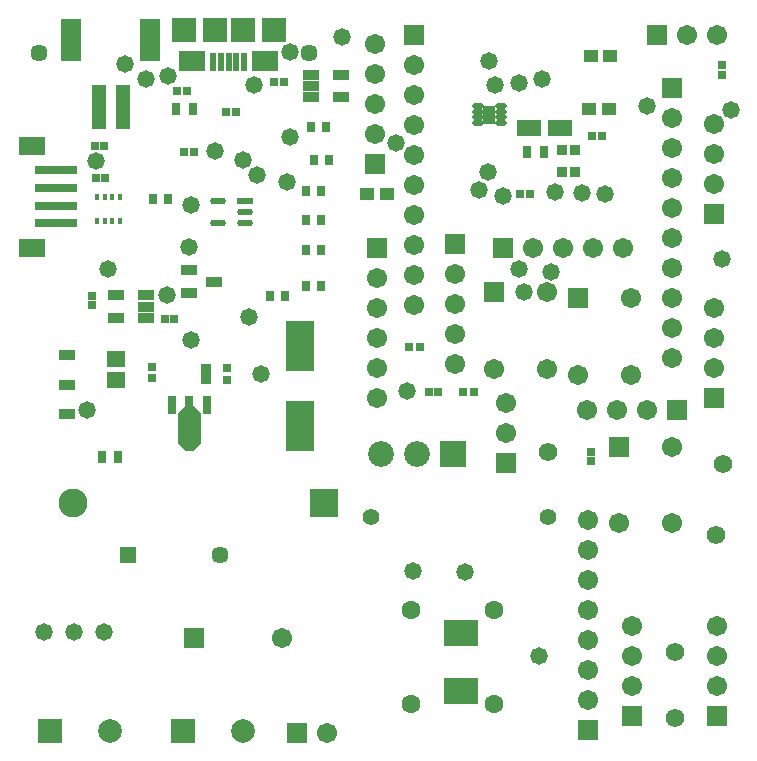
<source format=gbs>
G04*
G04 #@! TF.GenerationSoftware,Altium Limited,Altium Designer,20.0.2 (26)*
G04*
G04 Layer_Color=16711935*
%FSLAX44Y44*%
%MOMM*%
G71*
G01*
G75*
%ADD24R,1.7032X1.7032*%
%ADD25C,1.7032*%
%ADD26C,1.5700*%
%ADD27R,1.7032X1.7032*%
%ADD28R,1.7112X1.7112*%
%ADD29C,1.7112*%
%ADD30C,2.1682*%
%ADD31R,2.1682X2.1682*%
%ADD32C,1.4722*%
%ADD33C,1.6032*%
%ADD34C,1.4032*%
%ADD35C,1.4500*%
%ADD36R,1.4500X1.4500*%
%ADD37C,2.4532*%
%ADD38R,2.4532X2.4532*%
%ADD39R,2.0032X2.0032*%
%ADD40C,2.0032*%
%ADD41C,1.4732*%
%ADD63R,0.7581X0.8121*%
%ADD65R,0.7154X0.6725*%
%ADD66R,1.5562X1.4546*%
%ADD67R,0.6725X0.7154*%
G04:AMPARAMS|DCode=81|XSize=1.3383mm|YSize=0.578mm|CornerRadius=0.289mm|HoleSize=0mm|Usage=FLASHONLY|Rotation=180.000|XOffset=0mm|YOffset=0mm|HoleType=Round|Shape=RoundedRectangle|*
%AMROUNDEDRECTD81*
21,1,1.3383,0.0000,0,0,180.0*
21,1,0.7603,0.5780,0,0,180.0*
1,1,0.5780,-0.3802,0.0000*
1,1,0.5780,0.3802,0.0000*
1,1,0.5780,0.3802,0.0000*
1,1,0.5780,-0.3802,0.0000*
%
%ADD81ROUNDEDRECTD81*%
%ADD82R,1.3383X0.5780*%
%ADD83R,1.1581X1.0121*%
%ADD88R,0.3500X0.5000*%
%ADD89R,2.3000X1.5000*%
%ADD90R,3.6000X0.7000*%
%ADD91R,2.0032X1.4332*%
%ADD92R,1.1032X1.5032*%
G04:AMPARAMS|DCode=93|XSize=0.9632mm|YSize=0.4732mm|CornerRadius=0.1354mm|HoleSize=0mm|Usage=FLASHONLY|Rotation=180.000|XOffset=0mm|YOffset=0mm|HoleType=Round|Shape=RoundedRectangle|*
%AMROUNDEDRECTD93*
21,1,0.9632,0.2025,0,0,180.0*
21,1,0.6925,0.4732,0,0,180.0*
1,1,0.2707,-0.3463,0.1013*
1,1,0.2707,0.3463,0.1013*
1,1,0.2707,0.3463,-0.1013*
1,1,0.2707,-0.3463,-0.1013*
%
%ADD93ROUNDEDRECTD93*%
%ADD94R,0.6532X0.7032*%
%ADD95R,0.7532X0.8032*%
%ADD96R,0.7032X0.6532*%
%ADD97R,0.9232X0.8932*%
%ADD98R,0.8032X1.5032*%
%ADD99R,0.8032X1.0032*%
%ADD100R,2.8532X2.2532*%
%ADD101R,0.8032X1.0032*%
%ADD102R,1.4032X0.9032*%
%ADD103R,0.8032X0.7532*%
%ADD104R,1.2032X3.7032*%
%ADD105R,1.7032X3.6032*%
%ADD106R,0.6032X1.5532*%
%ADD107R,2.3032X1.8032*%
%ADD108R,2.0032X2.1032*%
%ADD109R,2.1032X2.1032*%
%ADD110R,1.4532X0.8532*%
%ADD111R,2.3532X4.2032*%
%ADD112R,0.9032X0.9032*%
%ADD113R,1.4032X0.8532*%
G36*
X404453Y957349D02*
X404584Y957324D01*
X404710Y957281D01*
X404829Y957222D01*
X404940Y957148D01*
X405040Y957060D01*
X411040Y951060D01*
X411128Y950960D01*
X411202Y950849D01*
X411261Y950730D01*
X411303Y950603D01*
X411329Y950473D01*
X411338Y950340D01*
Y926340D01*
X411329Y926207D01*
X411303Y926077D01*
X411261Y925950D01*
X411202Y925831D01*
X411128Y925720D01*
X411040Y925620D01*
X405040Y919620D01*
X404940Y919532D01*
X404829Y919458D01*
X404710Y919399D01*
X404584Y919357D01*
X404453Y919331D01*
X404320Y919322D01*
X398320D01*
X398187Y919331D01*
X398056Y919357D01*
X397930Y919399D01*
X397811Y919458D01*
X397700Y919532D01*
X397600Y919620D01*
X391600Y925620D01*
X391512Y925720D01*
X391438Y925831D01*
X391379Y925950D01*
X391337Y926077D01*
X391311Y926207D01*
X391302Y926340D01*
Y950340D01*
X391311Y950473D01*
X391337Y950603D01*
X391379Y950730D01*
X391438Y950849D01*
X391512Y950960D01*
X391600Y951060D01*
X397600Y957060D01*
X397700Y957148D01*
X397811Y957222D01*
X397930Y957281D01*
X398056Y957324D01*
X398187Y957349D01*
X398320Y957358D01*
X404320D01*
X404453Y957349D01*
D02*
G37*
D24*
X845820Y963930D02*
D03*
Y1120140D02*
D03*
X739140Y683260D02*
D03*
X775970Y694690D02*
D03*
X848360D02*
D03*
X560070Y1090930D02*
D03*
X669290Y909320D02*
D03*
X558800Y1162050D02*
D03*
X591820Y1271270D02*
D03*
X810260Y1226820D02*
D03*
X626110Y1094740D02*
D03*
D25*
X845820Y989330D02*
D03*
Y1014730D02*
D03*
Y1040130D02*
D03*
Y1145540D02*
D03*
Y1170940D02*
D03*
Y1196340D02*
D03*
X739140Y861060D02*
D03*
Y835660D02*
D03*
Y810260D02*
D03*
Y784860D02*
D03*
Y759460D02*
D03*
Y734060D02*
D03*
Y708660D02*
D03*
X775970Y720090D02*
D03*
Y745490D02*
D03*
Y770890D02*
D03*
X848360Y720090D02*
D03*
Y745490D02*
D03*
Y770890D02*
D03*
X788670Y953770D02*
D03*
X763270D02*
D03*
X737870D02*
D03*
X560070Y963930D02*
D03*
Y989330D02*
D03*
Y1014730D02*
D03*
Y1040130D02*
D03*
Y1065530D02*
D03*
X669290Y960120D02*
D03*
Y934720D02*
D03*
X558800Y1187450D02*
D03*
Y1212850D02*
D03*
Y1238250D02*
D03*
Y1263650D02*
D03*
X591820Y1245870D02*
D03*
Y1195070D02*
D03*
Y1169670D02*
D03*
Y1144270D02*
D03*
Y1118870D02*
D03*
Y1093470D02*
D03*
Y1068070D02*
D03*
Y1042670D02*
D03*
Y1220470D02*
D03*
X480060Y760730D02*
D03*
X822960Y1271270D02*
D03*
X848360D02*
D03*
X810260Y1176020D02*
D03*
Y998220D02*
D03*
Y1023620D02*
D03*
Y1049020D02*
D03*
Y1074420D02*
D03*
Y1099820D02*
D03*
Y1125220D02*
D03*
Y1150620D02*
D03*
Y1201420D02*
D03*
X768350Y1090930D02*
D03*
X742950D02*
D03*
X717550D02*
D03*
X692150D02*
D03*
X626110Y993140D02*
D03*
Y1018540D02*
D03*
Y1043940D02*
D03*
Y1069340D02*
D03*
X518160Y680720D02*
D03*
D26*
X812800Y749300D02*
D03*
Y693420D02*
D03*
X704850Y918210D02*
D03*
X847090Y848360D02*
D03*
X853440Y908050D02*
D03*
D27*
X814070Y953770D02*
D03*
X405060Y760730D02*
D03*
X797560Y1271270D02*
D03*
X666750Y1090930D02*
D03*
X492760Y680720D02*
D03*
D28*
X764900Y922770D02*
D03*
X730610Y1048500D02*
D03*
X659490Y1053580D02*
D03*
D29*
X764900Y857770D02*
D03*
X809900Y922770D02*
D03*
Y857770D02*
D03*
X730610Y983500D02*
D03*
X775610Y1048500D02*
D03*
Y983500D02*
D03*
X704490Y988580D02*
D03*
Y1053580D02*
D03*
X659490Y988580D02*
D03*
D30*
X563880Y916940D02*
D03*
X594280D02*
D03*
D31*
X624680D02*
D03*
D32*
X278130Y765810D02*
D03*
X303530D02*
D03*
X328930D02*
D03*
D33*
X659130Y704850D02*
D03*
X589130D02*
D03*
Y784850D02*
D03*
X659130D02*
D03*
D34*
X554920Y863600D02*
D03*
X704920D02*
D03*
D35*
X502320Y1256030D02*
D03*
X274320D02*
D03*
X427320Y831030D02*
D03*
D36*
X349320D02*
D03*
D37*
X302940Y875030D02*
D03*
D38*
X514940D02*
D03*
D39*
X396240Y681990D02*
D03*
X283210D02*
D03*
D40*
X447040D02*
D03*
X334010D02*
D03*
D41*
X699770Y1234440D02*
D03*
X680720Y1230630D02*
D03*
X660400Y1229360D02*
D03*
X486410Y1257300D02*
D03*
X383540Y1236980D02*
D03*
X422910Y1173480D02*
D03*
X402590Y1127760D02*
D03*
X458470Y1153160D02*
D03*
X483870Y1146810D02*
D03*
X332740Y1073150D02*
D03*
X666750Y1135380D02*
D03*
X852170Y1082040D02*
D03*
X788670Y1211580D02*
D03*
X859790Y1207770D02*
D03*
X654510Y1155700D02*
D03*
X646430Y1140460D02*
D03*
X576580Y1179830D02*
D03*
X382270Y1051560D02*
D03*
X364490Y1234440D02*
D03*
X590550Y817880D02*
D03*
X635000Y816610D02*
D03*
X697230Y745490D02*
D03*
X655320Y1249680D02*
D03*
X753110Y1136650D02*
D03*
X684530Y1054100D02*
D03*
X680720Y1073150D02*
D03*
X585470Y970280D02*
D03*
X452120Y1032510D02*
D03*
X314960Y953770D02*
D03*
X462280Y984250D02*
D03*
X402590Y1013460D02*
D03*
X530860Y1270000D02*
D03*
X322580Y1164590D02*
D03*
X346710Y1247140D02*
D03*
X455930Y1229360D02*
D03*
X401320Y1092200D02*
D03*
X486410Y1184910D02*
D03*
X447040Y1165860D02*
D03*
X707390Y1070610D02*
D03*
X710991Y1138129D02*
D03*
X734060Y1137920D02*
D03*
D63*
X506810Y1165860D02*
D03*
X519350D02*
D03*
X513000Y1115060D02*
D03*
X500460D02*
D03*
X513000Y1089660D02*
D03*
X500460D02*
D03*
X513000Y1059180D02*
D03*
X500460D02*
D03*
X383460Y1132840D02*
D03*
X370920D02*
D03*
X504270Y1193800D02*
D03*
X516810D02*
D03*
X513000Y1139190D02*
D03*
X500460D02*
D03*
X482520Y1050290D02*
D03*
X469980D02*
D03*
D65*
X642326Y969010D02*
D03*
X632754D02*
D03*
X596606Y1007110D02*
D03*
X587034D02*
D03*
D66*
X339090Y978802D02*
D03*
Y997318D02*
D03*
D67*
X433070Y979464D02*
D03*
Y989036D02*
D03*
X369570Y990306D02*
D03*
Y980734D02*
D03*
D81*
X425718Y1130910D02*
D03*
Y1111910D02*
D03*
X448042D02*
D03*
Y1121410D02*
D03*
D82*
Y1130910D02*
D03*
D83*
X568340Y1136650D02*
D03*
X551800D02*
D03*
X741030Y1253490D02*
D03*
X757570D02*
D03*
X756300Y1209040D02*
D03*
X739760D02*
D03*
D88*
X329490Y1134200D02*
D03*
X322990D02*
D03*
Y1113700D02*
D03*
X329490D02*
D03*
X335990D02*
D03*
X342490D02*
D03*
Y1134200D02*
D03*
X335990D02*
D03*
D89*
X267790Y1177230D02*
D03*
Y1091230D02*
D03*
D90*
X288290Y1156730D02*
D03*
Y1141730D02*
D03*
Y1126730D02*
D03*
Y1111730D02*
D03*
D91*
X689210Y1192530D02*
D03*
X715410D02*
D03*
D92*
X655320Y1203960D02*
D03*
D93*
X645470Y1211460D02*
D03*
Y1206460D02*
D03*
Y1201460D02*
D03*
Y1196460D02*
D03*
X665170D02*
D03*
Y1201460D02*
D03*
Y1206460D02*
D03*
Y1211460D02*
D03*
D94*
X741680Y910650D02*
D03*
Y918150D02*
D03*
X318770Y1050230D02*
D03*
Y1042730D02*
D03*
D95*
X852170Y1246310D02*
D03*
Y1237810D02*
D03*
D96*
X612080Y969010D02*
D03*
X604580D02*
D03*
X388560Y1031240D02*
D03*
X381060D02*
D03*
X321370Y1177290D02*
D03*
X328870D02*
D03*
X322640Y1150620D02*
D03*
X330140D02*
D03*
D97*
X415290Y979650D02*
D03*
Y988850D02*
D03*
D98*
X416320Y957840D02*
D03*
X386320D02*
D03*
D99*
X401320Y960340D02*
D03*
X687440Y1172210D02*
D03*
X701940D02*
D03*
D100*
X631190Y715660D02*
D03*
Y765160D02*
D03*
D101*
X340510Y914400D02*
D03*
X327510D02*
D03*
X390260Y1209040D02*
D03*
X404760D02*
D03*
D102*
X297930Y1000360D02*
D03*
Y975360D02*
D03*
Y950360D02*
D03*
D103*
X432630Y1206500D02*
D03*
X441130D02*
D03*
X390720Y1224280D02*
D03*
X399220D02*
D03*
X405570Y1172210D02*
D03*
X397070D02*
D03*
X690050Y1136650D02*
D03*
X681550D02*
D03*
X481770Y1231900D02*
D03*
X473270D02*
D03*
X751010Y1186180D02*
D03*
X742510D02*
D03*
D104*
X344800Y1209960D02*
D03*
X324800D02*
D03*
D105*
X368300Y1267460D02*
D03*
X301300D02*
D03*
D106*
X434640Y1248410D02*
D03*
X428140D02*
D03*
X441140D02*
D03*
X421640D02*
D03*
X447640D02*
D03*
D107*
X403640Y1249660D02*
D03*
X465640D02*
D03*
D108*
X396640Y1275160D02*
D03*
X472640D02*
D03*
D109*
X422640D02*
D03*
X446640D02*
D03*
D110*
X504390Y1218690D02*
D03*
Y1228090D02*
D03*
Y1237490D02*
D03*
X529390D02*
D03*
Y1218690D02*
D03*
X339290Y1050800D02*
D03*
Y1032000D02*
D03*
X364290D02*
D03*
Y1041400D02*
D03*
Y1050800D02*
D03*
D111*
X495300Y1007590D02*
D03*
Y940590D02*
D03*
D112*
X717130Y1155440D02*
D03*
X728130D02*
D03*
Y1173740D02*
D03*
X717130D02*
D03*
D113*
X422320Y1062430D02*
D03*
X401320Y1072030D02*
D03*
Y1052830D02*
D03*
M02*

</source>
